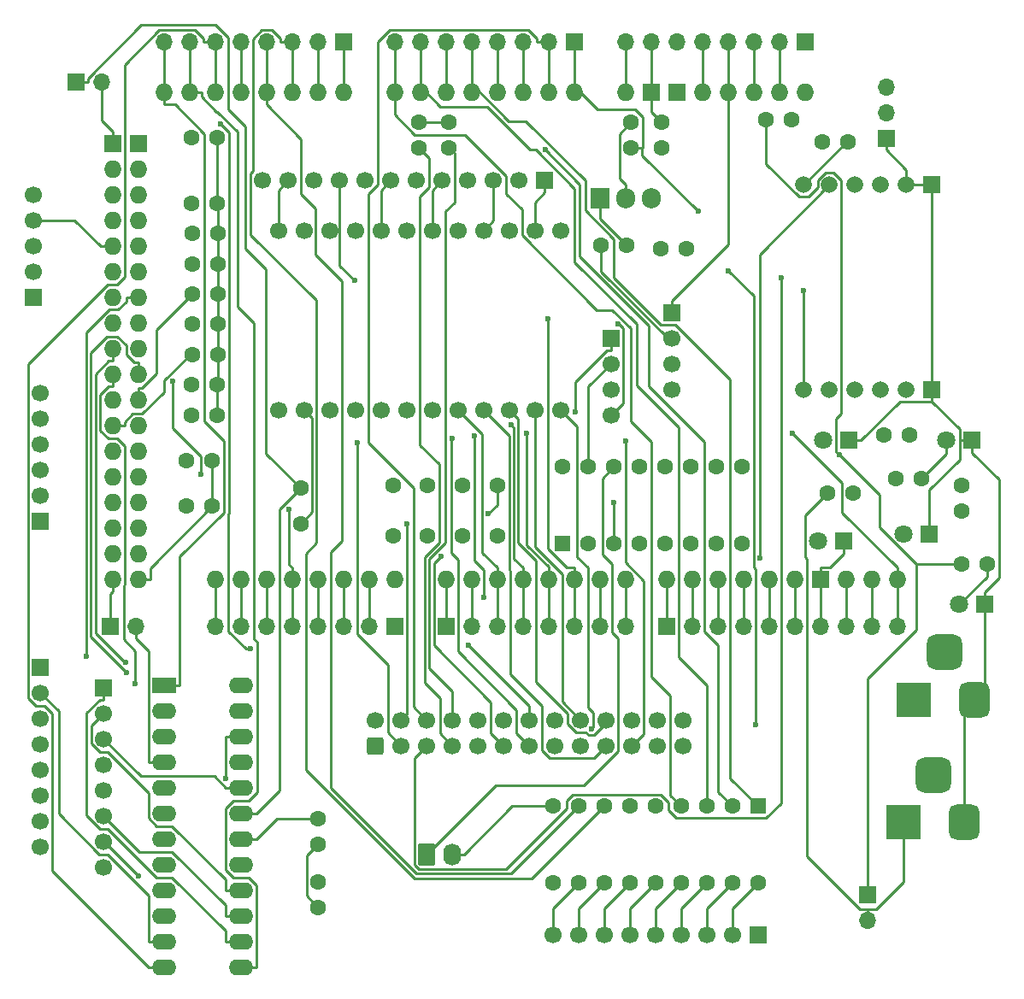
<source format=gbr>
G04 #@! TF.GenerationSoftware,KiCad,Pcbnew,9.0.4*
G04 #@! TF.CreationDate,2025-11-10T22:17:31+11:00*
G04 #@! TF.ProjectId,Jet Ranger Radio Controller,4a657420-5261-46e6-9765-722052616469,rev?*
G04 #@! TF.SameCoordinates,Original*
G04 #@! TF.FileFunction,Copper,L2,Bot*
G04 #@! TF.FilePolarity,Positive*
%FSLAX46Y46*%
G04 Gerber Fmt 4.6, Leading zero omitted, Abs format (unit mm)*
G04 Created by KiCad (PCBNEW 9.0.4) date 2025-11-10 22:17:31*
%MOMM*%
%LPD*%
G01*
G04 APERTURE LIST*
G04 Aperture macros list*
%AMRoundRect*
0 Rectangle with rounded corners*
0 $1 Rounding radius*
0 $2 $3 $4 $5 $6 $7 $8 $9 X,Y pos of 4 corners*
0 Add a 4 corners polygon primitive as box body*
4,1,4,$2,$3,$4,$5,$6,$7,$8,$9,$2,$3,0*
0 Add four circle primitives for the rounded corners*
1,1,$1+$1,$2,$3*
1,1,$1+$1,$4,$5*
1,1,$1+$1,$6,$7*
1,1,$1+$1,$8,$9*
0 Add four rect primitives between the rounded corners*
20,1,$1+$1,$2,$3,$4,$5,0*
20,1,$1+$1,$4,$5,$6,$7,0*
20,1,$1+$1,$6,$7,$8,$9,0*
20,1,$1+$1,$8,$9,$2,$3,0*%
G04 Aperture macros list end*
G04 #@! TA.AperFunction,ComponentPad*
%ADD10R,1.700000X1.700000*%
G04 #@! TD*
G04 #@! TA.AperFunction,ComponentPad*
%ADD11C,1.700000*%
G04 #@! TD*
G04 #@! TA.AperFunction,ComponentPad*
%ADD12RoundRect,0.250000X-0.620000X-0.845000X0.620000X-0.845000X0.620000X0.845000X-0.620000X0.845000X0*%
G04 #@! TD*
G04 #@! TA.AperFunction,ComponentPad*
%ADD13O,1.740000X2.190000*%
G04 #@! TD*
G04 #@! TA.AperFunction,ComponentPad*
%ADD14C,1.600000*%
G04 #@! TD*
G04 #@! TA.AperFunction,ComponentPad*
%ADD15O,1.700000X1.700000*%
G04 #@! TD*
G04 #@! TA.AperFunction,ComponentPad*
%ADD16R,2.400000X1.600000*%
G04 #@! TD*
G04 #@! TA.AperFunction,ComponentPad*
%ADD17O,2.400000X1.600000*%
G04 #@! TD*
G04 #@! TA.AperFunction,ComponentPad*
%ADD18R,1.800000X1.800000*%
G04 #@! TD*
G04 #@! TA.AperFunction,ComponentPad*
%ADD19C,1.800000*%
G04 #@! TD*
G04 #@! TA.AperFunction,ComponentPad*
%ADD20R,3.500000X3.500000*%
G04 #@! TD*
G04 #@! TA.AperFunction,ComponentPad*
%ADD21RoundRect,0.750000X0.750000X1.000000X-0.750000X1.000000X-0.750000X-1.000000X0.750000X-1.000000X0*%
G04 #@! TD*
G04 #@! TA.AperFunction,ComponentPad*
%ADD22RoundRect,0.875000X0.875000X0.875000X-0.875000X0.875000X-0.875000X-0.875000X0.875000X-0.875000X0*%
G04 #@! TD*
G04 #@! TA.AperFunction,ComponentPad*
%ADD23RoundRect,0.250000X0.550000X-0.550000X0.550000X0.550000X-0.550000X0.550000X-0.550000X-0.550000X0*%
G04 #@! TD*
G04 #@! TA.AperFunction,ComponentPad*
%ADD24RoundRect,0.250000X-0.550000X0.550000X-0.550000X-0.550000X0.550000X-0.550000X0.550000X0.550000X0*%
G04 #@! TD*
G04 #@! TA.AperFunction,ComponentPad*
%ADD25R,1.905000X2.000000*%
G04 #@! TD*
G04 #@! TA.AperFunction,ComponentPad*
%ADD26O,1.905000X2.000000*%
G04 #@! TD*
G04 #@! TA.AperFunction,ComponentPad*
%ADD27R,1.665000X1.665000*%
G04 #@! TD*
G04 #@! TA.AperFunction,ComponentPad*
%ADD28C,1.665000*%
G04 #@! TD*
G04 #@! TA.AperFunction,ComponentPad*
%ADD29RoundRect,0.250000X0.600000X-0.600000X0.600000X0.600000X-0.600000X0.600000X-0.600000X-0.600000X0*%
G04 #@! TD*
G04 #@! TA.AperFunction,ComponentPad*
%ADD30O,1.727200X1.727200*%
G04 #@! TD*
G04 #@! TA.AperFunction,ComponentPad*
%ADD31R,1.727200X1.727200*%
G04 #@! TD*
G04 #@! TA.AperFunction,ViaPad*
%ADD32C,0.600000*%
G04 #@! TD*
G04 #@! TA.AperFunction,Conductor*
%ADD33C,0.250000*%
G04 #@! TD*
G04 APERTURE END LIST*
D10*
X104570000Y-129500000D03*
D11*
X102030000Y-129500000D03*
X99490000Y-129500000D03*
X96950000Y-129500000D03*
X94410000Y-129500000D03*
X91870000Y-129500000D03*
X89330000Y-129500000D03*
X86790000Y-129500000D03*
X84250000Y-129500000D03*
D12*
X71750000Y-121500000D03*
D13*
X74290000Y-121500000D03*
D10*
X83450000Y-54750000D03*
D11*
X80910000Y-54750000D03*
X78370000Y-54750000D03*
X75830000Y-54750000D03*
X73290000Y-54750000D03*
X70750000Y-54750000D03*
X68210000Y-54750000D03*
X65670000Y-54750000D03*
X63130000Y-54750000D03*
X60590000Y-54750000D03*
X58050000Y-54750000D03*
X55510000Y-54750000D03*
D10*
X32750000Y-66330000D03*
D11*
X32750000Y-63790000D03*
X32750000Y-61250000D03*
X32750000Y-58710000D03*
X32750000Y-56170000D03*
D10*
X33500000Y-88500000D03*
D11*
X33500000Y-85960000D03*
X33500000Y-83420000D03*
X33500000Y-80880000D03*
X33500000Y-78340000D03*
X33500000Y-75800000D03*
D10*
X33500000Y-103000000D03*
D11*
X33500000Y-105540000D03*
X33500000Y-108080000D03*
X33500000Y-110620000D03*
X33500000Y-113160000D03*
X33500000Y-115700000D03*
X33500000Y-118240000D03*
X33500000Y-120780000D03*
D10*
X39750000Y-105000000D03*
D11*
X39750000Y-107540000D03*
X39750000Y-110080000D03*
X39750000Y-112620000D03*
X39750000Y-115160000D03*
X39750000Y-117700000D03*
X39750000Y-120240000D03*
X39750000Y-122780000D03*
D14*
X70940000Y-51500000D03*
X70940000Y-49000000D03*
X50500000Y-82500000D03*
X47960000Y-82500000D03*
X71850000Y-90000000D03*
X71850000Y-85000000D03*
D10*
X63500000Y-41046400D03*
D15*
X60960000Y-41046400D03*
X58420000Y-41046400D03*
X55880000Y-41046400D03*
X53340000Y-41046400D03*
X50800000Y-41046400D03*
X48260000Y-41046400D03*
X45720000Y-41046400D03*
D16*
X45750000Y-104750000D03*
D17*
X45750000Y-107290000D03*
X45750000Y-109830000D03*
X45750000Y-112370000D03*
X45750000Y-114910000D03*
X45750000Y-117450000D03*
X45750000Y-119990000D03*
X45750000Y-122530000D03*
X45750000Y-125070000D03*
X45750000Y-127610000D03*
X45750000Y-130150000D03*
X45750000Y-132690000D03*
X53370000Y-132690000D03*
X53370000Y-130150000D03*
X53370000Y-127610000D03*
X53370000Y-125070000D03*
X53370000Y-122530000D03*
X53370000Y-119990000D03*
X53370000Y-117450000D03*
X53370000Y-114910000D03*
X53370000Y-112370000D03*
X53370000Y-109830000D03*
X53370000Y-107290000D03*
X53370000Y-104750000D03*
D10*
X117298000Y-50550000D03*
D15*
X117298000Y-48010000D03*
X117298000Y-45470000D03*
D10*
X86360000Y-41046400D03*
D15*
X83820000Y-41046400D03*
X81280000Y-41046400D03*
X78740000Y-41046400D03*
X76200000Y-41046400D03*
X73660000Y-41046400D03*
X71120000Y-41046400D03*
X68580000Y-41046400D03*
D14*
X51040000Y-72000000D03*
X48500000Y-72000000D03*
D18*
X113540000Y-80500000D03*
D19*
X111000000Y-80500000D03*
D14*
X61000000Y-117960000D03*
X61000000Y-120500000D03*
X118250000Y-84250000D03*
X120790000Y-84250000D03*
X51040000Y-66000000D03*
X48500000Y-66000000D03*
X124750000Y-87500000D03*
X124750000Y-84960000D03*
D10*
X37000000Y-45000000D03*
D15*
X39540000Y-45000000D03*
D20*
X118949000Y-118350000D03*
D21*
X124949000Y-118350000D03*
D22*
X121949000Y-113650000D03*
D10*
X96000000Y-67880000D03*
D11*
X96000000Y-70420000D03*
X96000000Y-72960000D03*
X96000000Y-75500000D03*
D23*
X85220000Y-90750000D03*
D14*
X87760000Y-90750000D03*
X90300000Y-90750000D03*
X92840000Y-90750000D03*
X95380000Y-90750000D03*
X97920000Y-90750000D03*
X100460000Y-90750000D03*
X103000000Y-90750000D03*
X103000000Y-83130000D03*
X100460000Y-83130000D03*
X97920000Y-83130000D03*
X95380000Y-83130000D03*
X92840000Y-83130000D03*
X90300000Y-83130000D03*
X87760000Y-83130000D03*
X85220000Y-83130000D03*
X73950000Y-51500000D03*
X73950000Y-49000000D03*
D18*
X127040000Y-96750000D03*
D19*
X124500000Y-96750000D03*
D14*
X59250000Y-85250000D03*
X59250000Y-88750000D03*
D18*
X125770000Y-80500000D03*
D19*
X123230000Y-80500000D03*
D24*
X104550000Y-116750000D03*
D14*
X102010000Y-116750000D03*
X99470000Y-116750000D03*
X96930000Y-116750000D03*
X94390000Y-116750000D03*
X91850000Y-116750000D03*
X89310000Y-116750000D03*
X86770000Y-116750000D03*
X84230000Y-116750000D03*
X84230000Y-124370000D03*
X86770000Y-124370000D03*
X89310000Y-124370000D03*
X91850000Y-124370000D03*
X94390000Y-124370000D03*
X96930000Y-124370000D03*
X99470000Y-124370000D03*
X102010000Y-124370000D03*
X104550000Y-124370000D03*
X51040000Y-69000000D03*
X48500000Y-69000000D03*
X51000000Y-75000000D03*
X48460000Y-75000000D03*
X124710000Y-92750000D03*
X127250000Y-92750000D03*
X117000000Y-80000000D03*
X119540000Y-80000000D03*
D10*
X68580000Y-98958400D03*
D15*
X66040000Y-98958400D03*
X63500000Y-98958400D03*
X60960000Y-98958400D03*
X58420000Y-98958400D03*
X55880000Y-98958400D03*
X53340000Y-98958400D03*
X50800000Y-98958400D03*
D14*
X51000000Y-50500000D03*
X48460000Y-50500000D03*
X94960000Y-61500000D03*
X97500000Y-61500000D03*
D25*
X88920000Y-56500000D03*
D26*
X91460000Y-56500000D03*
X94000000Y-56500000D03*
D27*
X121809000Y-55183300D03*
D28*
X119269000Y-55183300D03*
X116729000Y-55183300D03*
X114189000Y-55183300D03*
X111649000Y-55183300D03*
X109109000Y-55183300D03*
D27*
X121809000Y-75503300D03*
D28*
X119269000Y-75503300D03*
X116729000Y-75503300D03*
X114189000Y-75503300D03*
X111649000Y-75503300D03*
X109109000Y-75503300D03*
D18*
X113040000Y-90500000D03*
D19*
X110500000Y-90500000D03*
D14*
X111455000Y-85750000D03*
X113995000Y-85750000D03*
D10*
X109220000Y-41046400D03*
D15*
X106680000Y-41046400D03*
X104140000Y-41046400D03*
X101600000Y-41046400D03*
X99060000Y-41046400D03*
X96520000Y-41046400D03*
X93980000Y-41046400D03*
X91440000Y-41046400D03*
D14*
X51040000Y-60000000D03*
X48500000Y-60000000D03*
X95000000Y-51500000D03*
X95000000Y-49000000D03*
D10*
X115450000Y-125560000D03*
D15*
X115450000Y-128100000D03*
D14*
X61000000Y-126750000D03*
X61000000Y-124250000D03*
D10*
X90000000Y-70385000D03*
D11*
X90000000Y-72925000D03*
X90000000Y-75465000D03*
X90000000Y-78005000D03*
X57050000Y-77500000D03*
X59590000Y-77500000D03*
X62130000Y-77500000D03*
X64670000Y-77500000D03*
X67210000Y-77500000D03*
X69750000Y-77500000D03*
X72290000Y-77500000D03*
X74830000Y-77500000D03*
X77370000Y-77500000D03*
X79910000Y-77500000D03*
X82450000Y-77500000D03*
X84990000Y-77500000D03*
X84990000Y-59720000D03*
X82450000Y-59720000D03*
X79910000Y-59720000D03*
X77370000Y-59720000D03*
X74830000Y-59720000D03*
X72290000Y-59720000D03*
X69750000Y-59720000D03*
X67210000Y-59720000D03*
X64670000Y-59720000D03*
X62130000Y-59720000D03*
X59590000Y-59720000D03*
X57050000Y-59720000D03*
D14*
X110960000Y-50900000D03*
X113500000Y-50900000D03*
X51040000Y-63000000D03*
X48500000Y-63000000D03*
X89037500Y-61212500D03*
X91577500Y-61212500D03*
X51000000Y-78000000D03*
X48460000Y-78000000D03*
X105350000Y-48750000D03*
X107890000Y-48750000D03*
X91990000Y-51500000D03*
X91990000Y-49000000D03*
D18*
X121540000Y-89750000D03*
D19*
X119000000Y-89750000D03*
D14*
X68400000Y-90000000D03*
X68400000Y-85000000D03*
X75300000Y-90000000D03*
X75300000Y-85000000D03*
D20*
X120000000Y-106207500D03*
D21*
X126000000Y-106207500D03*
D22*
X123000000Y-101507500D03*
D10*
X95504000Y-98958400D03*
D15*
X98044000Y-98958400D03*
X100584000Y-98958400D03*
X103124000Y-98958400D03*
X105664000Y-98958400D03*
X108204000Y-98958400D03*
X110744000Y-98958400D03*
X113284000Y-98958400D03*
X115824000Y-98958400D03*
X118364000Y-98958400D03*
D29*
X66670000Y-110750000D03*
D11*
X66670000Y-108210000D03*
X69210000Y-110750000D03*
X69210000Y-108210000D03*
X71750000Y-110750000D03*
X71750000Y-108210000D03*
X74290000Y-110750000D03*
X74290000Y-108210000D03*
X76830000Y-110750000D03*
X76830000Y-108210000D03*
X79370000Y-110750000D03*
X79370000Y-108210000D03*
X81910000Y-110750000D03*
X81910000Y-108210000D03*
X84450000Y-110750000D03*
X84450000Y-108210000D03*
X86990000Y-110750000D03*
X86990000Y-108210000D03*
X89530000Y-110750000D03*
X89530000Y-108210000D03*
X92070000Y-110750000D03*
X92070000Y-108210000D03*
X94610000Y-110750000D03*
X94610000Y-108210000D03*
X97150000Y-110750000D03*
X97150000Y-108210000D03*
D14*
X78750000Y-90000000D03*
X78750000Y-85000000D03*
X51000000Y-57000000D03*
X48460000Y-57000000D03*
D10*
X40411400Y-98933000D03*
D15*
X42951400Y-98933000D03*
D10*
X73660000Y-98958400D03*
D15*
X76200000Y-98958400D03*
X78740000Y-98958400D03*
X81280000Y-98958400D03*
X83820000Y-98958400D03*
X86360000Y-98958400D03*
X88900000Y-98958400D03*
X91440000Y-98958400D03*
D30*
X109205000Y-46039300D03*
X101585000Y-46039300D03*
X99045000Y-46039300D03*
X43165000Y-94299300D03*
X40625000Y-94299300D03*
X86345000Y-46039300D03*
X83805000Y-46039300D03*
X81265000Y-46039300D03*
X78725000Y-46039300D03*
X76185000Y-46039300D03*
X73645000Y-46039300D03*
X71105000Y-46039300D03*
X68565000Y-46039300D03*
X63485000Y-46039300D03*
X60945000Y-46039300D03*
X58405000Y-46039300D03*
X55865000Y-46039300D03*
X53325000Y-46039300D03*
X50785000Y-46039300D03*
X48245000Y-46039300D03*
X45705000Y-46039300D03*
X113269000Y-94299300D03*
X73645000Y-94299300D03*
X76185000Y-94299300D03*
X78725000Y-94299300D03*
X81265000Y-94299300D03*
X83805000Y-94299300D03*
X86345000Y-94299300D03*
X88885000Y-94299300D03*
X91425000Y-94299300D03*
X95489000Y-94299300D03*
X98029000Y-94299300D03*
X100569000Y-94299300D03*
X103109000Y-94299300D03*
X105649000Y-94299300D03*
X108189000Y-94299300D03*
X68565000Y-94299300D03*
X66025000Y-94299300D03*
X63485000Y-94299300D03*
X60945000Y-94299300D03*
X58405000Y-94299300D03*
X55865000Y-94299300D03*
X53325000Y-94299300D03*
X50785000Y-94299300D03*
X43165000Y-91759300D03*
X40625000Y-91759300D03*
X43165000Y-89219300D03*
X40625000Y-89219300D03*
X43165000Y-86679300D03*
X40625000Y-86679300D03*
X43165000Y-84139300D03*
X40625000Y-84139300D03*
X43165000Y-81599300D03*
X40625000Y-81599300D03*
X43165000Y-79059300D03*
X40625000Y-79059300D03*
X43165000Y-76519300D03*
X40625000Y-76519300D03*
X43165000Y-73979300D03*
X40625000Y-73979300D03*
X43165000Y-71439300D03*
X40625000Y-71439300D03*
X43165000Y-68899300D03*
X40625000Y-68899300D03*
X43165000Y-66359300D03*
X40625000Y-66359300D03*
X43165000Y-63819300D03*
X40625000Y-63819300D03*
X43165000Y-61279300D03*
X40625000Y-61279300D03*
X43165000Y-58739300D03*
X40625000Y-58739300D03*
X43165000Y-56199300D03*
X40625000Y-56199300D03*
X43165000Y-53659300D03*
X40625000Y-53659300D03*
D31*
X110729000Y-94299300D03*
X96505000Y-46039300D03*
X93965000Y-46039300D03*
X43165000Y-51119300D03*
X40625000Y-51119300D03*
D30*
X106665000Y-46039300D03*
X104125000Y-46039300D03*
X118349000Y-94299300D03*
X115809000Y-94299300D03*
X91425000Y-46039300D03*
D14*
X50500000Y-87000000D03*
X47960000Y-87000000D03*
D32*
X46583100Y-74628200D03*
X49340000Y-83850300D03*
X73141100Y-91993700D03*
X88057600Y-109099200D03*
X75865700Y-100782900D03*
X41944700Y-102513500D03*
X74263100Y-80275900D03*
X104320600Y-108630200D03*
X101649400Y-63677000D03*
X42052000Y-103539000D03*
X42895000Y-104567600D03*
X38021900Y-101884700D03*
X90300000Y-86670400D03*
X81630100Y-79825700D03*
X80091400Y-78984200D03*
X58100000Y-87294300D03*
X43196000Y-123655600D03*
X51844900Y-113981100D03*
X90658200Y-68992700D03*
X64589400Y-64674400D03*
X98620900Y-57757200D03*
X106849600Y-64390100D03*
X51346100Y-49190100D03*
X54282700Y-101154600D03*
X91425200Y-80524200D03*
X86481300Y-77671800D03*
X64836200Y-80769100D03*
X83795000Y-68421100D03*
X104771000Y-92134200D03*
X109109000Y-65623200D03*
X83490000Y-51696400D03*
X107955200Y-79786300D03*
X77414200Y-96067000D03*
X76449100Y-80094000D03*
X112590400Y-81913100D03*
X69806600Y-88750000D03*
X77864800Y-87759200D03*
D33*
X78598500Y-114651500D02*
X71750000Y-121500000D01*
X87318500Y-114651500D02*
X78598500Y-114651500D01*
X90709400Y-111260600D02*
X87318500Y-114651500D01*
X90709400Y-100137800D02*
X90709400Y-111260600D01*
X90075200Y-99503600D02*
X90709400Y-100137800D01*
X90075200Y-92766600D02*
X90075200Y-99503600D01*
X89168700Y-91860100D02*
X90075200Y-92766600D01*
X89168700Y-84261300D02*
X89168700Y-91860100D01*
X90300000Y-83130000D02*
X89168700Y-84261300D01*
X49340000Y-82080000D02*
X49340000Y-83850300D01*
X46583100Y-79323100D02*
X49340000Y-82080000D01*
X46583100Y-74628200D02*
X46583100Y-79323100D01*
X78100000Y-109480000D02*
X79370000Y-110750000D01*
X78100000Y-106437100D02*
X78100000Y-109480000D01*
X72455800Y-100792900D02*
X78100000Y-106437100D01*
X72455800Y-92679000D02*
X72455800Y-100792900D01*
X73141100Y-91993700D02*
X72455800Y-92679000D01*
X79909800Y-80039800D02*
X77370000Y-77500000D01*
X79909800Y-93322700D02*
X79909800Y-80039800D01*
X80023400Y-93436300D02*
X79909800Y-93322700D01*
X80023400Y-103635600D02*
X80023400Y-93436300D01*
X83180000Y-106792200D02*
X80023400Y-103635600D01*
X83180000Y-111174200D02*
X83180000Y-106792200D01*
X83937900Y-111932100D02*
X83180000Y-111174200D01*
X88347900Y-111932100D02*
X83937900Y-111932100D01*
X89530000Y-110750000D02*
X88347900Y-111932100D01*
X86634800Y-79144800D02*
X84990000Y-77500000D01*
X86634800Y-92056900D02*
X86634800Y-79144800D01*
X87696200Y-93118300D02*
X86634800Y-92056900D01*
X87696200Y-107006200D02*
X87696200Y-93118300D01*
X88206200Y-107516200D02*
X87696200Y-107006200D01*
X88206200Y-108950600D02*
X88206200Y-107516200D01*
X88057600Y-109099200D02*
X88206200Y-108950600D01*
X81910000Y-106827200D02*
X81910000Y-108210000D01*
X75865700Y-100782900D02*
X81910000Y-106827200D01*
X40625000Y-71439300D02*
X40625000Y-72628000D01*
X41810700Y-102513500D02*
X41944700Y-102513500D01*
X38929300Y-99632100D02*
X41810700Y-102513500D01*
X38929300Y-73952200D02*
X38929300Y-99632100D01*
X40253500Y-72628000D02*
X38929300Y-73952200D01*
X40625000Y-72628000D02*
X40253500Y-72628000D01*
X85156200Y-106376200D02*
X86990000Y-108210000D01*
X85156200Y-93746200D02*
X85156200Y-106376200D01*
X82450000Y-91040000D02*
X85156200Y-93746200D01*
X82450000Y-77500000D02*
X82450000Y-91040000D01*
X74164800Y-80374200D02*
X74263100Y-80275900D01*
X74164800Y-91691200D02*
X74164800Y-80374200D01*
X74835200Y-92361600D02*
X74164800Y-91691200D01*
X74835200Y-101407900D02*
X74835200Y-92361600D01*
X80640000Y-107212700D02*
X74835200Y-101407900D01*
X80640000Y-109480000D02*
X80640000Y-107212700D01*
X81910000Y-110750000D02*
X80640000Y-109480000D01*
X104320600Y-93285300D02*
X104320600Y-108630200D01*
X104125300Y-93090000D02*
X104320600Y-93285300D01*
X104125300Y-66152900D02*
X104125300Y-93090000D01*
X101649400Y-63677000D02*
X104125300Y-66152900D01*
X43165000Y-73979300D02*
X43165000Y-72790600D01*
X38479100Y-99966100D02*
X42052000Y-103539000D01*
X38479100Y-71836000D02*
X38479100Y-99966100D01*
X40088400Y-70226700D02*
X38479100Y-71836000D01*
X41115600Y-70226700D02*
X40088400Y-70226700D01*
X41976300Y-71087400D02*
X41115600Y-70226700D01*
X41976300Y-71973500D02*
X41976300Y-71087400D01*
X42793400Y-72790600D02*
X41976300Y-71973500D01*
X43165000Y-72790600D02*
X42793400Y-72790600D01*
X42895000Y-101366000D02*
X42895000Y-104567600D01*
X41742400Y-100213400D02*
X42895000Y-101366000D01*
X41742400Y-94863100D02*
X41742400Y-100213400D01*
X41820300Y-94785200D02*
X41742400Y-94863100D01*
X41820300Y-81040000D02*
X41820300Y-94785200D01*
X41109600Y-80329300D02*
X41820300Y-81040000D01*
X40204100Y-80329300D02*
X41109600Y-80329300D01*
X39431000Y-79556200D02*
X40204100Y-80329300D01*
X39431000Y-75990500D02*
X39431000Y-79556200D01*
X40253500Y-75168000D02*
X39431000Y-75990500D01*
X40625000Y-75168000D02*
X40253500Y-75168000D01*
X40625000Y-73979300D02*
X40625000Y-75168000D01*
X80810200Y-78400200D02*
X79910000Y-77500000D01*
X80810200Y-90673500D02*
X80810200Y-78400200D01*
X82550000Y-92413300D02*
X80810200Y-90673500D01*
X82550000Y-104406700D02*
X82550000Y-92413300D01*
X85720000Y-107576700D02*
X82550000Y-104406700D01*
X85720000Y-108606600D02*
X85720000Y-107576700D01*
X86538800Y-109425400D02*
X85720000Y-108606600D01*
X87499800Y-109425400D02*
X86538800Y-109425400D01*
X87798700Y-109724300D02*
X87499800Y-109425400D01*
X88347300Y-109724300D02*
X87798700Y-109724300D01*
X89530000Y-108541600D02*
X88347300Y-109724300D01*
X89530000Y-108210000D02*
X89530000Y-108541600D01*
X43165000Y-66359300D02*
X41976300Y-66359300D01*
X38021900Y-69812000D02*
X38021900Y-101884700D01*
X40285900Y-67548000D02*
X38021900Y-69812000D01*
X41159200Y-67548000D02*
X40285900Y-67548000D01*
X41976300Y-66730900D02*
X41159200Y-67548000D01*
X41976300Y-66359300D02*
X41976300Y-66730900D01*
X108204000Y-95503000D02*
X108204000Y-98958400D01*
X108189000Y-95488000D02*
X108204000Y-95503000D01*
X108189000Y-94299300D02*
X108189000Y-95488000D01*
X105664000Y-95503000D02*
X105664000Y-98958400D01*
X105649000Y-95488000D02*
X105664000Y-95503000D01*
X105649000Y-94299300D02*
X105649000Y-95488000D01*
X95504000Y-95503000D02*
X95504000Y-98958400D01*
X95489000Y-95488000D02*
X95504000Y-95503000D01*
X95489000Y-94299300D02*
X95489000Y-95488000D01*
X53340000Y-44835600D02*
X53340000Y-41046400D01*
X53325000Y-44850600D02*
X53340000Y-44835600D01*
X53325000Y-46039300D02*
X53325000Y-44850600D01*
X103124000Y-95503000D02*
X103124000Y-98958400D01*
X103109000Y-95488000D02*
X103124000Y-95503000D01*
X103109000Y-94299300D02*
X103109000Y-95488000D01*
X90300000Y-90750000D02*
X90300000Y-86670400D01*
X91440000Y-95503000D02*
X91440000Y-98958400D01*
X91425000Y-95488000D02*
X91440000Y-95503000D01*
X91425000Y-94299300D02*
X91425000Y-95488000D01*
X55880000Y-95503000D02*
X55880000Y-98958400D01*
X55865000Y-95488000D02*
X55880000Y-95503000D01*
X55865000Y-94299300D02*
X55865000Y-95488000D01*
X60960000Y-95503000D02*
X60960000Y-98958400D01*
X60945000Y-95488000D02*
X60960000Y-95503000D01*
X60945000Y-94299300D02*
X60945000Y-95488000D01*
X88900000Y-95503000D02*
X88900000Y-98958400D01*
X88885000Y-95488000D02*
X88900000Y-95503000D01*
X88885000Y-94299300D02*
X88885000Y-95488000D01*
X83820000Y-95503000D02*
X83820000Y-98958400D01*
X83805000Y-95488000D02*
X83820000Y-95503000D01*
X83805000Y-94299300D02*
X83805000Y-95488000D01*
X81630100Y-90856600D02*
X81630100Y-79825700D01*
X83805000Y-93031500D02*
X81630100Y-90856600D01*
X83805000Y-94299300D02*
X83805000Y-93031500D01*
X83805000Y-46039300D02*
X83805000Y-44850600D01*
X83820000Y-44835600D02*
X83820000Y-41046400D01*
X83805000Y-44850600D02*
X83820000Y-44835600D01*
X70437800Y-106897800D02*
X71750000Y-108210000D01*
X70437800Y-85179000D02*
X70437800Y-106897800D01*
X65994900Y-80736100D02*
X70437800Y-85179000D01*
X65994900Y-56087000D02*
X65994900Y-80736100D01*
X66940000Y-55141900D02*
X65994900Y-56087000D01*
X66940000Y-41024400D02*
X66940000Y-55141900D01*
X68093200Y-39871200D02*
X66940000Y-41024400D01*
X81836900Y-39871200D02*
X68093200Y-39871200D01*
X82644900Y-40679200D02*
X81836900Y-39871200D01*
X82644900Y-41046400D02*
X82644900Y-40679200D01*
X83820000Y-41046400D02*
X82644900Y-41046400D01*
X81280000Y-95503000D02*
X81280000Y-98958400D01*
X81265000Y-95488000D02*
X81280000Y-95503000D01*
X81265000Y-94329500D02*
X81265000Y-95488000D01*
X81265000Y-94329500D02*
X81265000Y-94299300D01*
X80360000Y-79252800D02*
X80091400Y-78984200D01*
X80360000Y-92205600D02*
X80360000Y-79252800D01*
X81265000Y-93110600D02*
X80360000Y-92205600D01*
X81265000Y-94299300D02*
X81265000Y-93110600D01*
X78740000Y-95503000D02*
X78740000Y-98958400D01*
X78725000Y-95488000D02*
X78740000Y-95503000D01*
X78725000Y-94887900D02*
X78725000Y-95488000D01*
X78725000Y-94887900D02*
X78725000Y-94299300D01*
X78725000Y-94299300D02*
X78725000Y-93110600D01*
X77239700Y-91625300D02*
X78725000Y-93110600D01*
X77239700Y-79909700D02*
X77239700Y-91625300D01*
X74830000Y-77500000D02*
X77239700Y-79909700D01*
X58420000Y-95503000D02*
X58420000Y-98958400D01*
X58405000Y-95488000D02*
X58420000Y-95503000D01*
X58405000Y-94893600D02*
X58405000Y-95488000D01*
X58405000Y-94893600D02*
X58405000Y-94299300D01*
X58100000Y-92805600D02*
X58100000Y-87294300D01*
X58405000Y-93110600D02*
X58100000Y-92805600D01*
X58405000Y-94299300D02*
X58405000Y-93110600D01*
X84250000Y-126890000D02*
X84250000Y-129500000D01*
X86770000Y-124370000D02*
X84250000Y-126890000D01*
X82450000Y-56925100D02*
X83450000Y-55925100D01*
X82450000Y-59720000D02*
X82450000Y-56925100D01*
X83450000Y-54750000D02*
X83450000Y-55925100D01*
X78370000Y-58720000D02*
X78370000Y-54750000D01*
X77370000Y-59720000D02*
X78370000Y-58720000D01*
X94410000Y-126890000D02*
X94410000Y-129500000D01*
X96930000Y-124370000D02*
X94410000Y-126890000D01*
X91870000Y-126890000D02*
X91870000Y-129500000D01*
X94390000Y-124370000D02*
X91870000Y-126890000D01*
X86790000Y-126890000D02*
X86790000Y-129500000D01*
X89310000Y-124370000D02*
X86790000Y-126890000D01*
X102030000Y-126890000D02*
X102030000Y-129500000D01*
X104550000Y-124370000D02*
X102030000Y-126890000D01*
X57050000Y-55750000D02*
X58050000Y-54750000D01*
X57050000Y-59720000D02*
X57050000Y-55750000D01*
X39780400Y-120240000D02*
X43196000Y-123655600D01*
X39750000Y-120240000D02*
X39780400Y-120240000D01*
X43310000Y-121260000D02*
X39750000Y-117700000D01*
X46543400Y-121260000D02*
X43310000Y-121260000D01*
X51844900Y-126561500D02*
X46543400Y-121260000D01*
X51844900Y-127610000D02*
X51844900Y-126561500D01*
X53370000Y-127610000D02*
X51844900Y-127610000D01*
X53370000Y-109830000D02*
X51844900Y-109830000D01*
X51844900Y-109830000D02*
X51844900Y-113981100D01*
X99490000Y-126890000D02*
X99490000Y-129500000D01*
X102010000Y-124370000D02*
X99490000Y-126890000D01*
X81280000Y-44835600D02*
X81280000Y-41046400D01*
X81265000Y-44850600D02*
X81280000Y-44835600D01*
X81265000Y-46039300D02*
X81265000Y-44850600D01*
X73090400Y-109550400D02*
X74290000Y-110750000D01*
X73090400Y-106017300D02*
X73090400Y-109550400D01*
X71555500Y-104482400D02*
X73090400Y-106017300D01*
X71555500Y-92058700D02*
X71555500Y-104482400D01*
X72987800Y-90626400D02*
X71555500Y-92058700D01*
X72987800Y-82888200D02*
X72987800Y-90626400D01*
X71087600Y-80988000D02*
X72987800Y-82888200D01*
X71087600Y-56315700D02*
X71087600Y-80988000D01*
X71961000Y-55442300D02*
X71087600Y-56315700D01*
X71961000Y-52521000D02*
X71961000Y-55442300D01*
X70940000Y-51500000D02*
X71961000Y-52521000D01*
X74290000Y-105386200D02*
X74290000Y-108210000D01*
X72005600Y-103101800D02*
X74290000Y-105386200D01*
X72005600Y-92245200D02*
X72005600Y-103101800D01*
X73634100Y-90616700D02*
X72005600Y-92245200D01*
X73634100Y-57812500D02*
X73634100Y-90616700D01*
X74483700Y-56962900D02*
X73634100Y-57812500D01*
X74483700Y-52033700D02*
X74483700Y-56962900D01*
X73950000Y-51500000D02*
X74483700Y-52033700D01*
X78740000Y-44835600D02*
X78740000Y-41046400D01*
X78725000Y-44850600D02*
X78740000Y-44835600D01*
X78725000Y-46039300D02*
X78725000Y-44850600D01*
X89330000Y-126890000D02*
X89330000Y-129500000D01*
X91850000Y-124370000D02*
X89330000Y-126890000D01*
X96950000Y-126890000D02*
X96950000Y-129500000D01*
X99470000Y-124370000D02*
X96950000Y-126890000D01*
X53370000Y-130150000D02*
X51844900Y-130150000D01*
X39750000Y-105000000D02*
X39750000Y-106175100D01*
X39382800Y-106175100D02*
X39750000Y-106175100D01*
X38067900Y-107490000D02*
X39382800Y-106175100D01*
X38067900Y-117679600D02*
X38067900Y-107490000D01*
X39358300Y-118970000D02*
X38067900Y-117679600D01*
X40142000Y-118970000D02*
X39358300Y-118970000D01*
X44972000Y-123800000D02*
X40142000Y-118970000D01*
X46543400Y-123800000D02*
X44972000Y-123800000D01*
X51844900Y-129101500D02*
X46543400Y-123800000D01*
X51844900Y-130150000D02*
X51844900Y-129101500D01*
X43165000Y-76519300D02*
X43165000Y-75330600D01*
X44966300Y-69533700D02*
X48500000Y-66000000D01*
X44966300Y-73898700D02*
X44966300Y-69533700D01*
X43534400Y-75330600D02*
X44966300Y-73898700D01*
X43165000Y-75330600D02*
X43534400Y-75330600D01*
X63500000Y-95503000D02*
X63500000Y-98958400D01*
X63485000Y-95488000D02*
X63500000Y-95503000D01*
X63485000Y-94299300D02*
X63485000Y-95488000D01*
X90781900Y-68992700D02*
X90658200Y-68992700D01*
X91179300Y-69390100D02*
X90781900Y-68992700D01*
X91179300Y-76825700D02*
X91179300Y-69390100D01*
X90000000Y-78005000D02*
X91179300Y-76825700D01*
X63130000Y-59720000D02*
X62130000Y-59720000D01*
X63130000Y-54750000D02*
X63130000Y-59720000D01*
X63130000Y-63215000D02*
X64589400Y-64674400D01*
X63130000Y-59720000D02*
X63130000Y-63215000D01*
X36867000Y-58710000D02*
X32750000Y-58710000D01*
X39436300Y-61279300D02*
X36867000Y-58710000D01*
X40625000Y-61279300D02*
X39436300Y-61279300D01*
X86360000Y-44835600D02*
X86360000Y-41046400D01*
X86345000Y-44850600D02*
X86360000Y-44835600D01*
X86345000Y-46039300D02*
X86345000Y-45450600D01*
X86345000Y-45450600D02*
X86345000Y-44850600D01*
X93108900Y-51500000D02*
X91990000Y-51500000D01*
X93115100Y-51493800D02*
X93108900Y-51500000D01*
X93115100Y-48467700D02*
X93115100Y-51493800D01*
X92399300Y-47751900D02*
X93115100Y-48467700D01*
X88646300Y-47751900D02*
X92399300Y-47751900D01*
X86345000Y-45450600D02*
X88646300Y-47751900D01*
X93108900Y-52245200D02*
X98620900Y-57757200D01*
X93108900Y-51500000D02*
X93108900Y-52245200D01*
X106849600Y-116423600D02*
X106849600Y-64390100D01*
X105372600Y-117900600D02*
X106849600Y-116423600D01*
X96423900Y-117900600D02*
X105372600Y-117900600D01*
X95660000Y-117136700D02*
X96423900Y-117900600D01*
X95660000Y-116380700D02*
X95660000Y-117136700D01*
X94904100Y-115624800D02*
X95660000Y-116380700D01*
X86228400Y-115624800D02*
X94904100Y-115624800D01*
X85644800Y-116208400D02*
X86228400Y-115624800D01*
X85644800Y-116926500D02*
X85644800Y-116208400D01*
X79610300Y-122961000D02*
X85644800Y-116926500D01*
X70930400Y-122961000D02*
X79610300Y-122961000D01*
X70506400Y-122537000D02*
X70930400Y-122961000D01*
X70506400Y-111993600D02*
X70506400Y-122537000D01*
X71750000Y-110750000D02*
X70506400Y-111993600D01*
X50800000Y-95503000D02*
X50800000Y-98958400D01*
X50785000Y-95488000D02*
X50800000Y-95503000D01*
X50785000Y-94299300D02*
X50785000Y-95488000D01*
X72290000Y-55750000D02*
X73290000Y-54750000D01*
X72290000Y-59720000D02*
X72290000Y-55750000D01*
X43454800Y-113784800D02*
X39750000Y-110080000D01*
X50719700Y-113784800D02*
X43454800Y-113784800D01*
X51844900Y-114910000D02*
X50719700Y-113784800D01*
X53370000Y-114910000D02*
X51844900Y-114910000D01*
X58405000Y-46039300D02*
X58405000Y-44850600D01*
X58420000Y-44835600D02*
X58420000Y-41046400D01*
X58405000Y-44850600D02*
X58420000Y-44835600D01*
X58420000Y-41046400D02*
X57244900Y-41046400D01*
X82127900Y-123932100D02*
X89310000Y-116750000D01*
X70556900Y-123932100D02*
X82127900Y-123932100D01*
X59754700Y-113129900D02*
X70556900Y-123932100D01*
X59754700Y-91731700D02*
X59754700Y-113129900D01*
X60838100Y-90648300D02*
X59754700Y-91731700D01*
X60838100Y-66631900D02*
X60838100Y-90648300D01*
X54331400Y-60125200D02*
X60838100Y-66631900D01*
X54331400Y-54028600D02*
X54331400Y-60125200D01*
X54522900Y-53837100D02*
X54331400Y-54028600D01*
X54522900Y-40741500D02*
X54522900Y-53837100D01*
X55433400Y-39831000D02*
X54522900Y-40741500D01*
X56396700Y-39831000D02*
X55433400Y-39831000D01*
X57244900Y-40679200D02*
X56396700Y-39831000D01*
X57244900Y-41046400D02*
X57244900Y-40679200D01*
X38567700Y-108722300D02*
X39750000Y-107540000D01*
X38567700Y-110559400D02*
X38567700Y-108722300D01*
X39358300Y-111350000D02*
X38567700Y-110559400D01*
X40142000Y-111350000D02*
X39358300Y-111350000D01*
X44224800Y-115432800D02*
X40142000Y-111350000D01*
X44224800Y-117933900D02*
X44224800Y-115432800D01*
X45010900Y-118720000D02*
X44224800Y-117933900D01*
X46543400Y-118720000D02*
X45010900Y-118720000D01*
X51844900Y-124021500D02*
X46543400Y-118720000D01*
X51844900Y-125070000D02*
X51844900Y-124021500D01*
X53370000Y-125070000D02*
X51844900Y-125070000D01*
X68565000Y-48233100D02*
X68565000Y-46039300D01*
X70581900Y-50250000D02*
X68565000Y-48233100D01*
X75565300Y-50250000D02*
X70581900Y-50250000D01*
X79640000Y-54324700D02*
X75565300Y-50250000D01*
X79640000Y-56068000D02*
X79640000Y-54324700D01*
X81180000Y-57608000D02*
X79640000Y-56068000D01*
X81180000Y-60165300D02*
X81180000Y-57608000D01*
X88600300Y-67585600D02*
X81180000Y-60165300D01*
X90146300Y-67585600D02*
X88600300Y-67585600D01*
X91940000Y-69379300D02*
X90146300Y-67585600D01*
X91940000Y-78611500D02*
X91940000Y-69379300D01*
X93966100Y-80637600D02*
X91940000Y-78611500D01*
X93966100Y-103907800D02*
X93966100Y-80637600D01*
X95880000Y-105821700D02*
X93966100Y-103907800D01*
X95880000Y-115700000D02*
X95880000Y-105821700D01*
X96930000Y-116750000D02*
X95880000Y-115700000D01*
X68580000Y-44835600D02*
X68580000Y-41046400D01*
X68565000Y-44850600D02*
X68580000Y-44835600D01*
X68565000Y-46039300D02*
X68565000Y-44850600D01*
X56925100Y-117960000D02*
X54895100Y-119990000D01*
X61000000Y-117960000D02*
X56925100Y-117960000D01*
X53370000Y-119990000D02*
X54895100Y-119990000D01*
X45750000Y-130150000D02*
X44224900Y-130150000D01*
X35314900Y-107354900D02*
X33500000Y-105540000D01*
X35314900Y-117487400D02*
X35314900Y-107354900D01*
X39337500Y-121510000D02*
X35314900Y-117487400D01*
X40142600Y-121510000D02*
X39337500Y-121510000D01*
X44224900Y-125592300D02*
X40142600Y-121510000D01*
X44224900Y-130150000D02*
X44224900Y-125592300D01*
X60960000Y-44835600D02*
X60960000Y-41046400D01*
X60945000Y-44850600D02*
X60960000Y-44835600D01*
X60945000Y-46039300D02*
X60945000Y-44850600D01*
X52189700Y-50033700D02*
X51346100Y-49190100D01*
X52189700Y-87736700D02*
X52189700Y-50033700D01*
X52129800Y-87796600D02*
X52189700Y-87736700D01*
X52129800Y-99448600D02*
X52129800Y-87796600D01*
X53835800Y-101154600D02*
X52129800Y-99448600D01*
X54282700Y-101154600D02*
X53835800Y-101154600D01*
X106680000Y-44835600D02*
X106680000Y-41046400D01*
X106665000Y-44850600D02*
X106680000Y-44835600D01*
X106665000Y-46039300D02*
X106665000Y-44850600D01*
X91425200Y-92618500D02*
X91425200Y-80524200D01*
X93260600Y-94453900D02*
X91425200Y-92618500D01*
X93260600Y-109559400D02*
X93260600Y-94453900D01*
X92070000Y-110750000D02*
X93260600Y-109559400D01*
X88920000Y-58555000D02*
X91577500Y-61212500D01*
X88920000Y-56500000D02*
X88920000Y-58555000D01*
X71120000Y-44835600D02*
X71120000Y-41046400D01*
X71105000Y-44850600D02*
X71120000Y-44835600D01*
X71105000Y-46039300D02*
X71105000Y-45444900D01*
X71105000Y-45444900D02*
X71105000Y-44850600D01*
X99470000Y-104772500D02*
X99470000Y-116750000D01*
X96679200Y-101981700D02*
X99470000Y-104772500D01*
X96679200Y-79241900D02*
X96679200Y-101981700D01*
X92529600Y-75092300D02*
X96679200Y-79241900D01*
X92529600Y-68970500D02*
X92529600Y-75092300D01*
X86417400Y-62858300D02*
X92529600Y-68970500D01*
X86417400Y-55544600D02*
X86417400Y-62858300D01*
X82539100Y-51666300D02*
X86417400Y-55544600D01*
X81978300Y-51666300D02*
X82539100Y-51666300D01*
X77778700Y-47466700D02*
X81978300Y-51666300D01*
X73126800Y-47466700D02*
X77778700Y-47466700D01*
X71105000Y-45444900D02*
X73126800Y-47466700D01*
X127250000Y-94000000D02*
X124500000Y-96750000D01*
X127250000Y-92750000D02*
X127250000Y-94000000D01*
X113284000Y-95503000D02*
X113284000Y-98958400D01*
X113269000Y-95488000D02*
X113284000Y-95503000D01*
X113269000Y-94299300D02*
X113269000Y-95488000D01*
X91425000Y-42236500D02*
X91440000Y-42221500D01*
X91425000Y-46039300D02*
X91425000Y-42236500D01*
X91440000Y-41046400D02*
X91440000Y-42221500D01*
X73660000Y-95503000D02*
X73660000Y-98958400D01*
X73645000Y-95488000D02*
X73660000Y-95503000D01*
X73645000Y-94299300D02*
X73645000Y-95488000D01*
X76200000Y-95503000D02*
X76200000Y-98958400D01*
X76185000Y-95488000D02*
X76200000Y-95503000D01*
X76185000Y-94299300D02*
X76185000Y-95488000D01*
X96000000Y-67880000D02*
X96000000Y-66704900D01*
X101585000Y-61119900D02*
X101585000Y-46039300D01*
X96000000Y-66704900D02*
X101585000Y-61119900D01*
X101600000Y-44835600D02*
X101600000Y-41046400D01*
X101585000Y-44850600D02*
X101600000Y-44835600D01*
X101585000Y-46039300D02*
X101585000Y-44850600D01*
X90000000Y-70385000D02*
X90000000Y-71560100D01*
X86481300Y-74711600D02*
X86481300Y-77671800D01*
X89632800Y-71560100D02*
X86481300Y-74711600D01*
X90000000Y-71560100D02*
X89632800Y-71560100D01*
X64836200Y-99689700D02*
X64836200Y-80769100D01*
X67923900Y-102777400D02*
X64836200Y-99689700D01*
X67923900Y-109463900D02*
X67923900Y-102777400D01*
X69210000Y-110750000D02*
X67923900Y-109463900D01*
X67210000Y-55750000D02*
X68210000Y-54750000D01*
X67210000Y-59720000D02*
X67210000Y-55750000D01*
X86360000Y-95503000D02*
X86360000Y-98958400D01*
X86345000Y-95488000D02*
X86360000Y-95503000D01*
X86345000Y-94893600D02*
X86345000Y-95488000D01*
X86345000Y-94893600D02*
X86345000Y-94299300D01*
X86345000Y-94299300D02*
X86345000Y-93110600D01*
X83795000Y-91260600D02*
X83795000Y-68421100D01*
X85645000Y-93110600D02*
X83795000Y-91260600D01*
X86345000Y-93110600D02*
X85645000Y-93110600D01*
X113392300Y-50900000D02*
X113500000Y-50900000D01*
X109109000Y-55183300D02*
X113392300Y-50900000D01*
X55880000Y-44835600D02*
X55880000Y-41046400D01*
X55865000Y-44850600D02*
X55880000Y-44835600D01*
X55865000Y-45522700D02*
X55865000Y-44850600D01*
X55865000Y-45522700D02*
X55865000Y-46039300D01*
X80090700Y-123429300D02*
X86770000Y-116750000D01*
X70690800Y-123429300D02*
X80090700Y-123429300D01*
X62230000Y-114968500D02*
X70690800Y-123429300D01*
X62230000Y-91598400D02*
X62230000Y-114968500D01*
X63345100Y-90483300D02*
X62230000Y-91598400D01*
X63345100Y-64689200D02*
X63345100Y-90483300D01*
X60765200Y-62109300D02*
X63345100Y-64689200D01*
X60765200Y-57513200D02*
X60765200Y-62109300D01*
X59320000Y-56068000D02*
X60765200Y-57513200D01*
X59320000Y-50683000D02*
X59320000Y-56068000D01*
X55865000Y-47228000D02*
X59320000Y-50683000D01*
X55865000Y-46039300D02*
X55865000Y-47228000D01*
X63500000Y-44835600D02*
X63500000Y-41046400D01*
X63485000Y-44850600D02*
X63500000Y-44835600D01*
X63485000Y-46039300D02*
X63485000Y-44850600D01*
X100584000Y-95503000D02*
X100584000Y-98958400D01*
X100569000Y-95488000D02*
X100584000Y-95503000D01*
X100569000Y-94299300D02*
X100569000Y-95488000D01*
X104771000Y-62061300D02*
X111649000Y-55183300D01*
X104771000Y-92134200D02*
X104771000Y-62061300D01*
X66040000Y-95503000D02*
X66040000Y-98958400D01*
X66025000Y-95488000D02*
X66040000Y-95503000D01*
X66025000Y-94299300D02*
X66025000Y-95488000D01*
X104140000Y-44835600D02*
X104140000Y-41046400D01*
X104125000Y-44850600D02*
X104140000Y-44835600D01*
X104125000Y-46039300D02*
X104125000Y-44850600D01*
X48260000Y-44835600D02*
X48260000Y-41046400D01*
X48245000Y-44850600D02*
X48260000Y-44835600D01*
X48245000Y-46039300D02*
X48245000Y-44850600D01*
X53370000Y-132690000D02*
X54895100Y-132690000D01*
X48245000Y-46039300D02*
X49433700Y-46039300D01*
X49433700Y-46456200D02*
X49433700Y-46039300D01*
X50931400Y-47953900D02*
X49433700Y-46456200D01*
X51029900Y-47953900D02*
X50931400Y-47953900D01*
X52999600Y-49923600D02*
X51029900Y-47953900D01*
X52999600Y-67241400D02*
X52999600Y-49923600D01*
X54595000Y-68836800D02*
X52999600Y-67241400D01*
X54595000Y-100142100D02*
X54595000Y-68836800D01*
X54956100Y-100503200D02*
X54595000Y-100142100D01*
X54956100Y-115341200D02*
X54956100Y-100503200D01*
X54117300Y-116180000D02*
X54956100Y-115341200D01*
X52632100Y-116180000D02*
X54117300Y-116180000D01*
X51840200Y-116971900D02*
X52632100Y-116180000D01*
X51840200Y-123036800D02*
X51840200Y-116971900D01*
X52603400Y-123800000D02*
X51840200Y-123036800D01*
X54097700Y-123800000D02*
X52603400Y-123800000D01*
X54895100Y-124597400D02*
X54097700Y-123800000D01*
X54895100Y-132690000D02*
X54895100Y-124597400D01*
X40625000Y-79059300D02*
X41813700Y-79059300D01*
X41813700Y-78687700D02*
X41813700Y-79059300D01*
X42630800Y-77870600D02*
X41813700Y-78687700D01*
X43568600Y-77870600D02*
X42630800Y-77870600D01*
X45746400Y-75692800D02*
X43568600Y-77870600D01*
X45746400Y-74580900D02*
X45746400Y-75692800D01*
X48327300Y-72000000D02*
X45746400Y-74580900D01*
X48500000Y-72000000D02*
X48327300Y-72000000D01*
X109109000Y-75503300D02*
X109109000Y-65623200D01*
X100595200Y-115335200D02*
X102010000Y-116750000D01*
X100595200Y-100808600D02*
X100595200Y-115335200D01*
X99219200Y-99432600D02*
X100595200Y-100808600D01*
X99219200Y-80614900D02*
X99219200Y-99432600D01*
X93743100Y-75138800D02*
X99219200Y-80614900D01*
X93743100Y-69118000D02*
X93743100Y-75138800D01*
X86922100Y-62297000D02*
X93743100Y-69118000D01*
X86922100Y-55128500D02*
X86922100Y-62297000D01*
X83490000Y-51696400D02*
X86922100Y-55128500D01*
X73660000Y-44835600D02*
X73660000Y-41046400D01*
X73645000Y-44850600D02*
X73660000Y-44835600D01*
X73645000Y-46039300D02*
X73645000Y-44850600D01*
X53340000Y-95503000D02*
X53340000Y-98958400D01*
X53325000Y-95488000D02*
X53340000Y-95503000D01*
X53325000Y-94299300D02*
X53325000Y-95488000D01*
X76200000Y-44835600D02*
X76200000Y-41046400D01*
X76185000Y-44850600D02*
X76200000Y-44835600D01*
X76185000Y-46039300D02*
X76185000Y-45516600D01*
X76185000Y-45516600D02*
X76185000Y-44850600D01*
X76521300Y-45516600D02*
X76185000Y-45516600D01*
X79869300Y-48864600D02*
X76521300Y-45516600D01*
X81542300Y-48864600D02*
X79869300Y-48864600D01*
X87448000Y-54770300D02*
X81542300Y-48864600D01*
X87448000Y-57719700D02*
X87448000Y-54770300D01*
X90307500Y-60579200D02*
X87448000Y-57719700D01*
X90307500Y-64409300D02*
X90307500Y-60579200D01*
X94953400Y-69055200D02*
X90307500Y-64409300D01*
X96342100Y-69055200D02*
X94953400Y-69055200D01*
X101770000Y-74483100D02*
X96342100Y-69055200D01*
X101770000Y-113970000D02*
X101770000Y-74483100D01*
X104550000Y-116750000D02*
X101770000Y-113970000D01*
X98044000Y-95503000D02*
X98044000Y-98958400D01*
X98029000Y-95488000D02*
X98044000Y-95503000D01*
X98029000Y-94299300D02*
X98029000Y-95488000D01*
X118364000Y-95503000D02*
X118364000Y-98958400D01*
X118349000Y-95488000D02*
X118364000Y-95503000D01*
X118349000Y-94887900D02*
X118349000Y-94528700D01*
X118349000Y-94887900D02*
X118349000Y-95488000D01*
X118349000Y-94414000D02*
X118349000Y-94528700D01*
X118349000Y-94414000D02*
X118349000Y-94299300D01*
X112869800Y-84700900D02*
X107955200Y-79786300D01*
X112869800Y-87631400D02*
X112869800Y-84700900D01*
X118349000Y-93110600D02*
X112869800Y-87631400D01*
X118349000Y-94299300D02*
X118349000Y-93110600D01*
X115824000Y-95503000D02*
X115824000Y-98958400D01*
X115809000Y-95488000D02*
X115824000Y-95503000D01*
X115809000Y-94299300D02*
X115809000Y-95488000D01*
X77414200Y-93367100D02*
X77414200Y-96067000D01*
X76449100Y-92402000D02*
X77414200Y-93367100D01*
X76449100Y-80094000D02*
X76449100Y-92402000D01*
X40411400Y-95701600D02*
X40411400Y-98933000D01*
X40625000Y-95488000D02*
X40411400Y-95701600D01*
X40625000Y-94299300D02*
X40625000Y-95488000D01*
X51040000Y-63000000D02*
X51040000Y-66000000D01*
X51040000Y-57040000D02*
X51040000Y-60000000D01*
X51000000Y-57000000D02*
X51040000Y-57040000D01*
X51040000Y-60000000D02*
X51040000Y-63000000D01*
X51000000Y-50500000D02*
X51000000Y-57000000D01*
X51000000Y-78000000D02*
X51000000Y-75000000D01*
X51040000Y-74960000D02*
X51040000Y-72000000D01*
X51000000Y-75000000D02*
X51040000Y-74960000D01*
X51040000Y-66000000D02*
X51040000Y-69000000D01*
X51040000Y-69000000D02*
X51040000Y-72000000D01*
X50500000Y-87000000D02*
X50500000Y-82500000D01*
X44353700Y-93146300D02*
X50500000Y-87000000D01*
X44353700Y-94299300D02*
X44353700Y-93146300D01*
X43165000Y-94299300D02*
X44353700Y-94299300D01*
X99060000Y-44835600D02*
X99060000Y-41046400D01*
X99045000Y-44850600D02*
X99060000Y-44835600D01*
X99045000Y-46039300D02*
X99045000Y-44850600D01*
X112314800Y-81637500D02*
X112590400Y-81913100D01*
X112314800Y-78383800D02*
X112314800Y-81637500D01*
X112829500Y-77869100D02*
X112314800Y-78383800D01*
X112829500Y-54721100D02*
X112829500Y-77869100D01*
X112044400Y-53936000D02*
X112829500Y-54721100D01*
X111259100Y-53936000D02*
X112044400Y-53936000D01*
X110491300Y-54703800D02*
X111259100Y-53936000D01*
X110491300Y-55454100D02*
X110491300Y-54703800D01*
X109577200Y-56368200D02*
X110491300Y-55454100D01*
X108626100Y-56368200D02*
X109577200Y-56368200D01*
X105350000Y-53092100D02*
X108626100Y-56368200D01*
X105350000Y-48750000D02*
X105350000Y-53092100D01*
X120258200Y-99259300D02*
X120258200Y-92750000D01*
X115450000Y-104067500D02*
X120258200Y-99259300D01*
X115450000Y-125560000D02*
X115450000Y-104067500D01*
X116596700Y-89088500D02*
X120258200Y-92750000D01*
X116596700Y-85919400D02*
X116596700Y-89088500D01*
X112590400Y-81913100D02*
X116596700Y-85919400D01*
X120258200Y-92750000D02*
X124710000Y-92750000D01*
X45720000Y-44835600D02*
X45720000Y-41046400D01*
X45705000Y-44850600D02*
X45720000Y-44835600D01*
X45705000Y-45450600D02*
X45705000Y-44850600D01*
X45705000Y-45450600D02*
X45705000Y-46039300D01*
X47275100Y-92014600D02*
X47275100Y-104750000D01*
X51646200Y-87643500D02*
X47275100Y-92014600D01*
X51646200Y-80521000D02*
X51646200Y-87643500D01*
X49730000Y-78604800D02*
X51646200Y-80521000D01*
X49730000Y-50138600D02*
X49730000Y-78604800D01*
X46819400Y-47228000D02*
X49730000Y-50138600D01*
X45705000Y-47228000D02*
X46819400Y-47228000D01*
X45705000Y-46039300D02*
X45705000Y-47228000D01*
X45750000Y-104750000D02*
X47275100Y-104750000D01*
X34675200Y-123140300D02*
X44224900Y-132690000D01*
X34675200Y-107590300D02*
X34675200Y-123140300D01*
X33894900Y-106810000D02*
X34675200Y-107590300D01*
X33070200Y-106810000D02*
X33894900Y-106810000D01*
X32303700Y-106043500D02*
X33070200Y-106810000D01*
X32303700Y-72931400D02*
X32303700Y-106043500D01*
X40145800Y-65089300D02*
X32303700Y-72931400D01*
X41058200Y-65089300D02*
X40145800Y-65089300D01*
X41813800Y-64333700D02*
X41058200Y-65089300D01*
X41813800Y-43268000D02*
X41813800Y-64333700D01*
X45252700Y-39829100D02*
X41813800Y-43268000D01*
X48774800Y-39829100D02*
X45252700Y-39829100D01*
X49624900Y-40679200D02*
X48774800Y-39829100D01*
X49624900Y-41046400D02*
X49624900Y-40679200D01*
X50800000Y-41046400D02*
X49624900Y-41046400D01*
X45750000Y-132690000D02*
X44224900Y-132690000D01*
X50785000Y-42236500D02*
X50800000Y-42221500D01*
X50785000Y-46039300D02*
X50785000Y-42236500D01*
X50800000Y-41046400D02*
X50800000Y-42221500D01*
X53370000Y-117450000D02*
X54895100Y-117450000D01*
X59872200Y-125622200D02*
X61000000Y-126750000D01*
X59872200Y-121627800D02*
X59872200Y-125622200D01*
X61000000Y-120500000D02*
X59872200Y-121627800D01*
X57150000Y-87350000D02*
X59250000Y-85250000D01*
X57150000Y-115195100D02*
X57150000Y-87350000D01*
X54895100Y-117450000D02*
X57150000Y-115195100D01*
X37000000Y-45000000D02*
X38175100Y-45000000D01*
X38175100Y-44632800D02*
X38175100Y-45000000D01*
X43495000Y-39312900D02*
X38175100Y-44632800D01*
X50798600Y-39312900D02*
X43495000Y-39312900D01*
X52070000Y-40584300D02*
X50798600Y-39312900D01*
X52070000Y-47685800D02*
X52070000Y-40584300D01*
X53817400Y-49433200D02*
X52070000Y-47685800D01*
X53817400Y-61488400D02*
X53817400Y-49433200D01*
X55848400Y-63519400D02*
X53817400Y-61488400D01*
X55848400Y-81848400D02*
X55848400Y-63519400D01*
X59250000Y-85250000D02*
X55848400Y-81848400D01*
X118949000Y-124233800D02*
X118949000Y-118350000D01*
X116257900Y-126924900D02*
X118949000Y-124233800D01*
X115450000Y-126924900D02*
X116257900Y-126924900D01*
X115450000Y-128100000D02*
X115450000Y-126924900D01*
X114635000Y-126924900D02*
X115450000Y-126924900D01*
X109415300Y-121705200D02*
X114635000Y-126924900D01*
X109415300Y-92270900D02*
X109415300Y-121705200D01*
X109239500Y-92095100D02*
X109415300Y-92270900D01*
X109239500Y-87965500D02*
X109239500Y-92095100D01*
X111455000Y-85750000D02*
X109239500Y-87965500D01*
X123230000Y-81810000D02*
X123230000Y-80500000D01*
X120790000Y-84250000D02*
X123230000Y-81810000D01*
X39540000Y-48845600D02*
X39540000Y-45000000D01*
X40625000Y-49930600D02*
X39540000Y-48845600D01*
X40625000Y-51119300D02*
X40625000Y-49930600D01*
X110744000Y-95503000D02*
X110744000Y-98958400D01*
X110729000Y-95488000D02*
X110744000Y-95503000D01*
X110729000Y-94887900D02*
X110729000Y-95488000D01*
X110729000Y-94887900D02*
X110729000Y-94299300D01*
X111654500Y-93110600D02*
X113040000Y-91725100D01*
X110729000Y-93110600D02*
X111654500Y-93110600D01*
X113040000Y-90500000D02*
X113040000Y-91725100D01*
X110729000Y-94299300D02*
X110729000Y-93110600D01*
X125770000Y-80500000D02*
X124544900Y-80500000D01*
X119269000Y-55183300D02*
X121809000Y-55183300D01*
X117298000Y-50550000D02*
X117298000Y-51725100D01*
X119269000Y-53696100D02*
X117298000Y-51725100D01*
X119269000Y-55183300D02*
X119269000Y-53696100D01*
X124949000Y-107258500D02*
X126000000Y-106207500D01*
X124949000Y-118350000D02*
X124949000Y-107258500D01*
X124544900Y-82415900D02*
X124544900Y-80500000D01*
X121540000Y-85420800D02*
X124544900Y-82415900D01*
X121540000Y-89750000D02*
X121540000Y-85420800D01*
X125770000Y-80500000D02*
X125770000Y-81725100D01*
X127040000Y-105167500D02*
X127040000Y-96750000D01*
X126000000Y-106207500D02*
X127040000Y-105167500D01*
X128417900Y-84373000D02*
X125770000Y-81725100D01*
X128417900Y-94147000D02*
X128417900Y-84373000D01*
X127040000Y-95524900D02*
X128417900Y-94147000D01*
X127040000Y-96750000D02*
X127040000Y-95524900D01*
X73950000Y-49000000D02*
X70940000Y-49000000D01*
X45750000Y-112370000D02*
X44224900Y-112370000D01*
X89037500Y-63775800D02*
X89037500Y-61212500D01*
X95681700Y-70420000D02*
X89037500Y-63775800D01*
X96000000Y-70420000D02*
X95681700Y-70420000D01*
X90828800Y-54543700D02*
X91460000Y-55174900D01*
X90828800Y-50161200D02*
X90828800Y-54543700D01*
X91990000Y-49000000D02*
X90828800Y-50161200D01*
X91460000Y-56500000D02*
X91460000Y-55174900D01*
X93965000Y-47965000D02*
X95000000Y-49000000D01*
X93965000Y-46039300D02*
X93965000Y-47965000D01*
X93980000Y-44835600D02*
X93980000Y-41046400D01*
X93965000Y-44850600D02*
X93980000Y-44835600D01*
X93965000Y-46039300D02*
X93965000Y-44850600D01*
X121809000Y-75503300D02*
X121809000Y-55183300D01*
X124544900Y-79396800D02*
X124544900Y-80500000D01*
X121809000Y-76660900D02*
X124544900Y-79396800D01*
X121809000Y-75503300D02*
X121809000Y-76548300D01*
X121809000Y-76548300D02*
X121809000Y-76660900D01*
X118604200Y-76660900D02*
X114765100Y-80500000D01*
X121809000Y-76660900D02*
X118604200Y-76660900D01*
X113540000Y-80500000D02*
X114765100Y-80500000D01*
X60375200Y-78285200D02*
X59590000Y-77500000D01*
X60375200Y-87624800D02*
X60375200Y-78285200D01*
X59250000Y-88750000D02*
X60375200Y-87624800D01*
X69806600Y-107613400D02*
X69210000Y-108210000D01*
X69806600Y-88750000D02*
X69806600Y-107613400D01*
X87760000Y-75165000D02*
X87760000Y-83130000D01*
X90000000Y-72925000D02*
X87760000Y-75165000D01*
X44224900Y-101381600D02*
X42951400Y-100108100D01*
X44224900Y-112370000D02*
X44224900Y-101381600D01*
X42951400Y-98933000D02*
X42951400Y-100108100D01*
X80235100Y-116750000D02*
X75485100Y-121500000D01*
X84230000Y-116750000D02*
X80235100Y-116750000D01*
X74290000Y-121500000D02*
X75485100Y-121500000D01*
X78750000Y-86874000D02*
X77864800Y-87759200D01*
X78750000Y-85000000D02*
X78750000Y-86874000D01*
M02*

</source>
